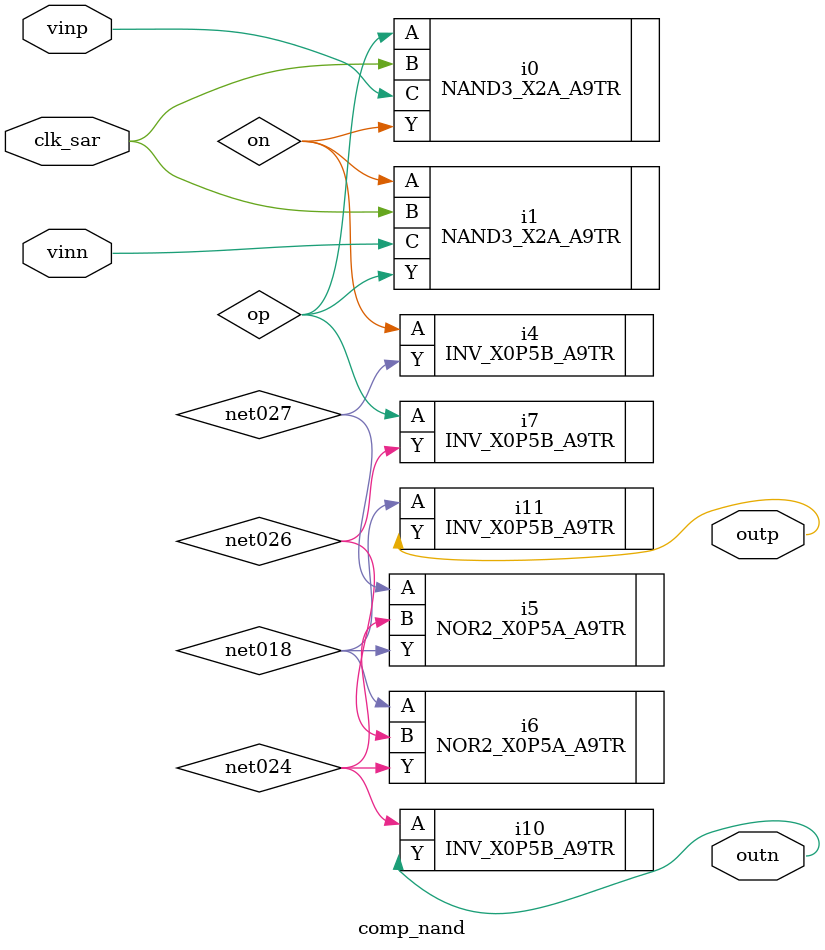
<source format=v>
module comp_nand (clk_sar, vinn, vinp, outn, outp); //vdd,vss power domain

input vinp;
input vinn;
input clk_sar;

output outp;
output outn;

wire net018, net024, net026, net027, op, on;

INV_X0P5B_A9TR i11 (.Y(outp), .A(net018));
INV_X0P5B_A9TR i10 (.Y(outn), .A(net024));

INV_X0P5B_A9TR i7 (.Y(net026), .A(op));
INV_X0P5B_A9TR i4 (.Y(net027), .A(on));


NAND3_X2A_A9TR i1 (.Y(op), .A(on), .B(clk_sar), .C(vinn));
NAND3_X2A_A9TR i0 (.Y(on), .A(op), .B(clk_sar), .C(vinp));

NOR2_X0P5A_A9TR i6 (.Y(net024), .A(net018), .B(net026));
NOR2_X0P5A_A9TR i5 (.Y(net018), .A(net027), .B(net024));


endmodule

</source>
